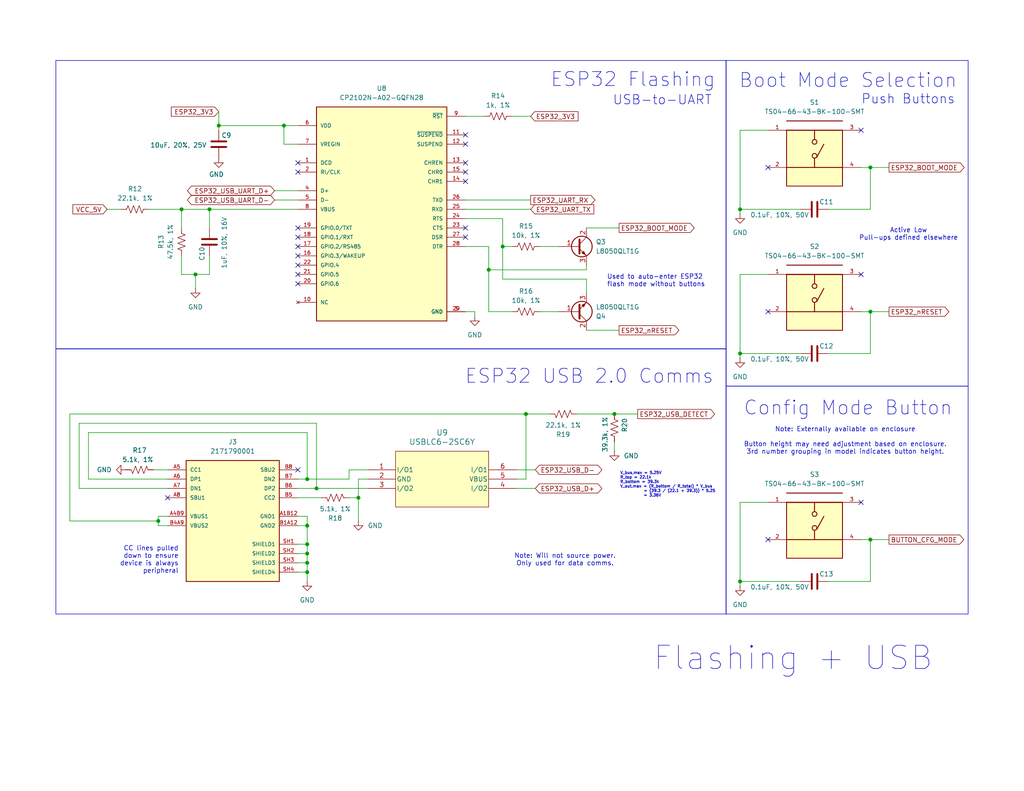
<source format=kicad_sch>
(kicad_sch (version 20231120) (generator "eeschema") (generator_version "8.0")
  (paper "USLetter")
  (title_block (title "CivicAlert") (rev "A") (company "Vanderbilt University"))
  (lib_symbols
    (symbol "2024-08-09_21-18-38:USBLC6-2SC6Y" (pin_names (offset 0.254))
      (property "Reference" "U" (at 20.32 10.16 0))
      (property "Value" "USBLC6-2SC6Y" (at 20.32 7.62 0))
      (symbol "USBLC6-2SC6Y_0_1"
        (rectangle (start 7.62 5.08) (end 33.02 -10.16) (fill (type background)))
        (pin bidirectional line (at 0 0 0) (length 7.62) (name "I/O1") (number "1"))
        (pin power_in line (at 0 -2.54 0) (length 7.62) (name "GND") (number "2"))
        (pin bidirectional line (at 0 -5.08 0) (length 7.62) (name "I/O2") (number "3"))
        (pin bidirectional line (at 40.64 -5.08 180) (length 7.62) (name "I/O2") (number "4"))
        (pin power_in line (at 40.64 -2.54 180) (length 7.62) (name "VBUS") (number "5"))
        (pin bidirectional line (at 40.64 0 180) (length 7.62) (name "I/O1") (number "6"))
      )
    )
    (symbol "2171790001:2171790001" (pin_names (offset 1.016))
      (property "Reference" "J" (at -12.7 16.002 0))
      (property "Value" "2171790001" (at -12.7 -18.542 0))
      (symbol "2171790001_0_0"
        (rectangle (start -12.7 -17.78) (end 12.7 15.24) (stroke (width 0.254)) (fill (type background)))
        (pin power_in line (at 17.78 0 180) (length 5.08) (name "GND1") (number "A1B12"))
        (pin bidirectional line (at -17.78 12.7 0) (length 5.08) (name "CC1") (number "A5"))
        (pin bidirectional line (at -17.78 10.16 0) (length 5.08) (name "DP1") (number "A6"))
        (pin bidirectional line (at -17.78 7.62 0) (length 5.08) (name "DN1") (number "A7"))
        (pin bidirectional line (at -17.78 5.08 0) (length 5.08) (name "SBU1") (number "A8"))
        (pin power_in line (at 17.78 -2.54 180) (length 5.08) (name "GND2") (number "B1A12"))
        (pin bidirectional line (at 17.78 5.08 180) (length 5.08) (name "CC2") (number "B5"))
        (pin bidirectional line (at 17.78 7.62 180) (length 5.08) (name "DP2") (number "B6"))
        (pin bidirectional line (at 17.78 10.16 180) (length 5.08) (name "DN2") (number "B7"))
        (pin bidirectional line (at 17.78 12.7 180) (length 5.08) (name "SBU2") (number "B8"))
        (pin passive line (at 17.78 -7.62 180) (length 5.08) (name "SHIELD1") (number "SH1"))
        (pin passive line (at 17.78 -10.16 180) (length 5.08) (name "SHIELD2") (number "SH2"))
        (pin passive line (at 17.78 -12.7 180) (length 5.08) (name "SHIELD3") (number "SH3"))
        (pin passive line (at 17.78 -15.24 180) (length 5.08) (name "SHIELD4") (number "SH4"))
      )
      (symbol "2171790001_1_0"
        (pin power_in line (at -17.78 0 0) (length 5.08) (name "VBUS1") (number "A4B9"))
        (pin power_out line (at -17.78 -2.54 0) (length 5.08) (name "VBUS2") (number "B4A9"))
      )
    )
    (symbol "CP2102N-A02-GQFN28:CP2102N-A02-GQFN28" (pin_names (offset 1.016))
      (property "Reference" "U" (at 53.34 33.02 0))
      (property "Value" "CP2102N-A02-GQFN28" (at -17.78 -33.02 0))
      (symbol "CP2102N-A02-GQFN28_0_0"
        (rectangle (start -17.78 -27.94) (end 17.78 30.48) (stroke (width 0.254)) (fill (type background)))
        (pin input line (at -22.86 15.24 0) (length 5.08) (name "DCD") (number "1"))
        (pin no_connect line (at -22.86 -22.86 0) (length 5.08) (name "NC") (number "10"))
        (pin output line (at 22.86 22.86 180) (length 5.08) (name "~{SUSPEND}") (number "11"))
        (pin output line (at 22.86 20.32 180) (length 5.08) (name "SUSPEND") (number "12"))
        (pin output line (at 22.86 15.24 180) (length 5.08) (name "CHREN") (number "13"))
        (pin output line (at 22.86 10.16 180) (length 5.08) (name "CHR1") (number "14"))
        (pin output line (at 22.86 12.7 180) (length 5.08) (name "CHR0") (number "15"))
        (pin bidirectional line (at -22.86 -10.16 0) (length 5.08) (name "GPIO.3/WAKEUP") (number "16"))
        (pin bidirectional line (at -22.86 -7.62 0) (length 5.08) (name "GPIO.2/RS485") (number "17"))
        (pin bidirectional line (at -22.86 -5.08 0) (length 5.08) (name "GPIO.1/RXT") (number "18"))
        (pin bidirectional line (at -22.86 -2.54 0) (length 5.08) (name "GPIO.0/TXT") (number "19"))
        (pin bidirectional line (at -22.86 12.7 0) (length 5.08) (name "RI/CLK") (number "2"))
        (pin bidirectional line (at -22.86 -17.78 0) (length 5.08) (name "GPIO.6") (number "20"))
        (pin bidirectional line (at -22.86 -15.24 0) (length 5.08) (name "GPIO.5") (number "21"))
        (pin bidirectional line (at -22.86 -12.7 0) (length 5.08) (name "GPIO.4") (number "22"))
        (pin input line (at 22.86 -2.54 180) (length 5.08) (name "CTS") (number "23"))
        (pin output line (at 22.86 0 180) (length 5.08) (name "RTS") (number "24"))
        (pin input line (at 22.86 2.54 180) (length 5.08) (name "RXD") (number "25"))
        (pin output line (at 22.86 5.08 180) (length 5.08) (name "TXD") (number "26"))
        (pin input line (at 22.86 -5.08 180) (length 5.08) (name "DSR") (number "27"))
        (pin output line (at 22.86 -7.62 180) (length 5.08) (name "DTR") (number "28"))
        (pin power_in line (at 22.86 -25.4 180) (length 5.08) (name "GND") (number "29"))
        (pin power_in line (at 22.86 -25.4 180) (length 5.08) (name "GND") (number "3"))
        (pin bidirectional line (at -22.86 7.62 0) (length 5.08) (name "D+") (number "4"))
        (pin bidirectional line (at -22.86 5.08 0) (length 5.08) (name "D-") (number "5"))
        (pin power_in line (at -22.86 25.4 0) (length 5.08) (name "VDD") (number "6"))
        (pin input line (at -22.86 20.32 0) (length 5.08) (name "VREGIN") (number "7"))
        (pin input line (at -22.86 2.54 0) (length 5.08) (name "VBUS") (number "8"))
        (pin input line (at 22.86 27.94 180) (length 5.08) (name "~{RST}") (number "9"))
      )
    )
    (symbol "Device:C" (pin_numbers hide) (pin_names (offset 0.254))
      (property "Reference" "C" (at 0.635 2.54 0))
      (property "Value" "C" (at 0.635 -2.54 0))
      (symbol "C_0_1"
        (polyline (pts (xy -2.032 -0.762) (xy 2.032 -0.762)) (stroke (width 0.508)))
        (polyline (pts (xy -2.032 0.762) (xy 2.032 0.762)) (stroke (width 0.508)))
      )
      (symbol "C_1_1"
        (pin passive line (at 0 3.81 270) (length 2.794) (name "~") (number "1"))
        (pin passive line (at 0 -3.81 90) (length 2.794) (name "~") (number "2"))
      )
    )
    (symbol "Device:Q_NPN_BCE" (pin_names (offset 0) hide)
      (property "Reference" "Q" (at 5.08 1.27 0))
      (property "Value" "Q_NPN_BCE" (at 5.08 -1.27 0))
      (symbol "Q_NPN_BCE_0_1"
        (polyline (pts (xy 0.635 0.635) (xy 2.54 2.54)))
        (polyline (pts (xy 0.635 -0.635) (xy 2.54 -2.54) (xy 2.54 -2.54)))
        (polyline (pts (xy 0.635 1.905) (xy 0.635 -1.905) (xy 0.635 -1.905)) (stroke (width 0.508)))
        (polyline (pts (xy 1.27 -1.778) (xy 1.778 -1.27) (xy 2.286 -2.286) (xy 1.27 -1.778) (xy 1.27 -1.778)) (fill (type outline)))
        (circle (center 1.27 0) (radius 2.8194) (stroke (width 0.254)))
      )
      (symbol "Q_NPN_BCE_1_1"
        (pin input line (at -5.08 0 0) (length 5.715) (name "B") (number "1"))
        (pin passive line (at 2.54 5.08 270) (length 2.54) (name "C") (number "2"))
        (pin passive line (at 2.54 -5.08 90) (length 2.54) (name "E") (number "3"))
      )
    )
    (symbol "Device:R_US" (pin_numbers hide) (pin_names (offset 0))
      (property "Reference" "R" (at 2.54 0 90))
      (property "Value" "R_US" (at -2.54 0 90))
      (symbol "R_US_0_1"
        (polyline (pts (xy 0 -2.286) (xy 0 -2.54)))
        (polyline (pts (xy 0 2.286) (xy 0 2.54)))
        (polyline (pts (xy 0 -0.762) (xy 1.016 -1.143) (xy 0 -1.524) (xy -1.016 -1.905) (xy 0 -2.286)))
        (polyline (pts (xy 0 0.762) (xy 1.016 0.381) (xy 0 0) (xy -1.016 -0.381) (xy 0 -0.762)))
        (polyline (pts (xy 0 2.286) (xy 1.016 1.905) (xy 0 1.524) (xy -1.016 1.143) (xy 0 0.762)))
      )
      (symbol "R_US_1_1"
        (pin passive line (at 0 3.81 270) (length 1.27) (name "~") (number "1"))
        (pin passive line (at 0 -3.81 90) (length 1.27) (name "~") (number "2"))
      )
    )
    (symbol "TS04-66-43-BK-100-SMT:TS04-66-43-BK-100-SMT" (pin_names (offset 1.016) hide)
      (property "Reference" "S" (at -7.62 8.382 0))
      (property "Value" "TS04-66-43-BK-100-SMT" (at -7.62 -8.382 0))
      (symbol "TS04-66-43-BK-100-SMT_0_0"
        (rectangle (start -7.62 -10.16) (end 7.62 5.08) (stroke (width 0.254)) (fill (type background)))
        (circle (center 0 -1.905) (radius 0.635) (stroke (width 0.254)))
        (polyline (pts (xy 0 -2.54) (xy 0 -5.08)) (stroke (width 0.254)))
        (polyline (pts (xy 0 5.08) (xy 0 2.54)) (stroke (width 0.254)))
        (polyline (pts (xy 0.635 -2.2352) (xy 2.54 1.27)) (stroke (width 0.254)))
        (polyline (pts (xy 7.62 -5.08) (xy -7.62 -5.08)) (stroke (width 0.254)))
        (polyline (pts (xy 7.62 5.08) (xy -7.62 5.08)) (stroke (width 0.254)))
        (polyline (pts (xy 7.62 7.62) (xy -7.62 7.62)) (stroke (width 0.254)))
        (circle (center 0 1.905) (radius 0.635) (stroke (width 0.254)))
        (pin passive line (at -12.7 5.08 0) (length 5.08) (name "~") (number "1"))
        (pin passive line (at -12.7 -5.08 0) (length 5.08) (name "~") (number "2"))
        (pin passive line (at 12.7 5.08 180) (length 5.08) (name "~") (number "3"))
        (pin passive line (at 12.7 -5.08 180) (length 5.08) (name "~") (number "4"))
      )
    )
    (symbol "power:GND" (power) (pin_numbers hide) (pin_names (offset 0) hide)
      (property "Value" "GND" (at 0 -3.81 0))
      (symbol "GND_0_1"
        (polyline (pts (xy 0 0) (xy 0 -1.27) (xy 1.27 -1.27) (xy 0 -2.54) (xy -1.27 -1.27) (xy 0 -1.27)))
      )
      (symbol "GND_1_1"
        (pin power_in line (at 0 0 270) (length 0) (name "~") (number "1"))
      )
    )
  )
  (junction (at 83.82 148.59))
  (junction (at 83.82 130.81))
  (junction (at 201.93 158.75))
  (junction (at 201.93 96.52))
  (junction (at 86.36 133.35))
  (junction (at 83.82 143.51))
  (junction (at 97.79 135.89))
  (junction (at 137.16 67.31))
  (junction (at 133.35 73.66))
  (junction (at 83.82 153.67))
  (junction (at 237.49 85.09))
  (junction (at 167.64 113.03))
  (junction (at 143.51 113.03))
  (junction (at 77.47 34.29))
  (junction (at 83.82 151.13))
  (junction (at 83.82 156.21))
  (junction (at 53.34 74.93))
  (junction (at 49.53 57.15))
  (junction (at 237.49 147.32))
  (junction (at 43.18 142.24))
  (junction (at 237.49 45.72))
  (junction (at 201.93 57.15))
  (junction (at 57.15 57.15))
  (junction (at 59.69 34.29))
  (no_connect (at 81.28 72.39))
  (no_connect (at 234.95 35.56))
  (no_connect (at 81.28 69.85))
  (no_connect (at 127 36.83))
  (no_connect (at 81.28 77.47))
  (no_connect (at 127 46.99))
  (no_connect (at 81.28 128.27))
  (no_connect (at 81.28 46.99))
  (no_connect (at 81.28 67.31))
  (no_connect (at 127 39.37))
  (no_connect (at 234.95 74.93))
  (no_connect (at 127 44.45))
  (no_connect (at 209.55 85.09))
  (no_connect (at 81.28 74.93))
  (no_connect (at 81.28 64.77))
  (no_connect (at 45.72 135.89))
  (no_connect (at 127 64.77))
  (no_connect (at 209.55 45.72))
  (no_connect (at 81.28 44.45))
  (no_connect (at 209.55 147.32))
  (no_connect (at 127 62.23))
  (no_connect (at 234.95 137.16))
  (no_connect (at 127 49.53))
  (no_connect (at 81.28 62.23))
  (wire (pts (xy 74.93 52.07) (xy 81.28 52.07)))
  (wire (pts (xy 81.28 151.13) (xy 83.82 151.13)))
  (wire (pts (xy 237.49 158.75) (xy 237.49 147.32)))
  (wire (pts (xy 133.35 85.09) (xy 139.7 85.09)))
  (wire (pts (xy 86.36 115.57) (xy 86.36 133.35)))
  (wire (pts (xy 29.21 57.15) (xy 33.02 57.15)))
  (wire (pts (xy 81.28 130.81) (xy 83.82 130.81)))
  (wire (pts (xy 226.06 57.15) (xy 237.49 57.15)))
  (wire (pts (xy 45.72 133.35) (xy 21.59 133.35)))
  (wire (pts (xy 147.32 85.09) (xy 152.4 85.09)))
  (wire (pts (xy 81.28 34.29) (xy 77.47 34.29)))
  (wire (pts (xy 97.79 135.89) (xy 97.79 142.24)))
  (wire (pts (xy 40.64 57.15) (xy 49.53 57.15)))
  (wire (pts (xy 201.93 57.15) (xy 201.93 35.56)))
  (wire (pts (xy 160.02 72.39) (xy 160.02 73.66)))
  (wire (pts (xy 237.49 96.52) (xy 237.49 85.09)))
  (wire (pts (xy 137.16 67.31) (xy 139.7 67.31)))
  (wire (pts (xy 43.18 142.24) (xy 43.18 143.51)))
  (wire (pts (xy 147.32 67.31) (xy 152.4 67.31)))
  (wire (pts (xy 143.51 113.03) (xy 149.86 113.03)))
  (wire (pts (xy 167.64 113.03) (xy 173.99 113.03)))
  (wire (pts (xy 226.06 96.52) (xy 237.49 96.52)))
  (wire (pts (xy 77.47 34.29) (xy 77.47 39.37)))
  (wire (pts (xy 201.93 57.15) (xy 218.44 57.15)))
  (wire (pts (xy 49.53 57.15) (xy 49.53 62.23)))
  (wire (pts (xy 127 54.61) (xy 144.78 54.61)))
  (wire (pts (xy 45.72 130.81) (xy 24.13 130.81)))
  (wire (pts (xy 127 57.15) (xy 144.78 57.15)))
  (wire (pts (xy 127 31.75) (xy 132.08 31.75)))
  (wire (pts (xy 19.05 142.24) (xy 19.05 113.03)))
  (wire (pts (xy 83.82 153.67) (xy 83.82 156.21)))
  (wire (pts (xy 59.69 35.56) (xy 59.69 34.29)))
  (wire (pts (xy 160.02 73.66) (xy 133.35 73.66)))
  (wire (pts (xy 237.49 57.15) (xy 237.49 45.72)))
  (wire (pts (xy 237.49 85.09) (xy 242.57 85.09)))
  (wire (pts (xy 24.13 130.81) (xy 24.13 118.11)))
  (wire (pts (xy 133.35 73.66) (xy 133.35 85.09)))
  (wire (pts (xy 201.93 158.75) (xy 218.44 158.75)))
  (wire (pts (xy 81.28 135.89) (xy 87.63 135.89)))
  (wire (pts (xy 86.36 133.35) (xy 100.33 133.35)))
  (wire (pts (xy 19.05 142.24) (xy 43.18 142.24)))
  (wire (pts (xy 201.93 58.42) (xy 201.93 57.15)))
  (wire (pts (xy 129.54 85.09) (xy 129.54 86.36)))
  (wire (pts (xy 57.15 74.93) (xy 57.15 69.85)))
  (wire (pts (xy 140.97 128.27) (xy 146.05 128.27)))
  (wire (pts (xy 57.15 57.15) (xy 57.15 62.23)))
  (wire (pts (xy 59.69 34.29) (xy 77.47 34.29)))
  (wire (pts (xy 201.93 74.93) (xy 209.55 74.93)))
  (wire (pts (xy 83.82 143.51) (xy 81.28 143.51)))
  (wire (pts (xy 53.34 74.93) (xy 57.15 74.93)))
  (wire (pts (xy 127 85.09) (xy 129.54 85.09)))
  (wire (pts (xy 57.15 57.15) (xy 81.28 57.15)))
  (wire (pts (xy 83.82 148.59) (xy 83.82 151.13)))
  (wire (pts (xy 83.82 151.13) (xy 83.82 153.67)))
  (wire (pts (xy 237.49 85.09) (xy 234.95 85.09)))
  (wire (pts (xy 95.25 130.81) (xy 95.25 128.27)))
  (wire (pts (xy 160.02 80.01) (xy 160.02 76.2)))
  (wire (pts (xy 97.79 135.89) (xy 97.79 130.81)))
  (wire (pts (xy 41.91 128.27) (xy 45.72 128.27)))
  (wire (pts (xy 97.79 130.81) (xy 100.33 130.81)))
  (wire (pts (xy 160.02 90.17) (xy 168.91 90.17)))
  (wire (pts (xy 83.82 118.11) (xy 83.82 130.81)))
  (wire (pts (xy 49.53 74.93) (xy 53.34 74.93)))
  (wire (pts (xy 237.49 45.72) (xy 242.57 45.72)))
  (wire (pts (xy 83.82 130.81) (xy 95.25 130.81)))
  (wire (pts (xy 81.28 148.59) (xy 83.82 148.59)))
  (wire (pts (xy 140.97 133.35) (xy 146.05 133.35)))
  (wire (pts (xy 160.02 76.2) (xy 137.16 76.2)))
  (wire (pts (xy 133.35 67.31) (xy 133.35 73.66)))
  (wire (pts (xy 137.16 76.2) (xy 137.16 67.31)))
  (wire (pts (xy 201.93 137.16) (xy 209.55 137.16)))
  (wire (pts (xy 237.49 147.32) (xy 234.95 147.32)))
  (wire (pts (xy 95.25 135.89) (xy 97.79 135.89)))
  (wire (pts (xy 43.18 140.97) (xy 43.18 142.24)))
  (wire (pts (xy 83.82 156.21) (xy 83.82 158.75)))
  (wire (pts (xy 81.28 156.21) (xy 83.82 156.21)))
  (wire (pts (xy 201.93 35.56) (xy 209.55 35.56)))
  (wire (pts (xy 83.82 140.97) (xy 83.82 143.51)))
  (wire (pts (xy 160.02 62.23) (xy 168.91 62.23)))
  (wire (pts (xy 74.93 54.61) (xy 81.28 54.61)))
  (wire (pts (xy 83.82 143.51) (xy 83.82 148.59)))
  (wire (pts (xy 201.93 158.75) (xy 201.93 137.16)))
  (wire (pts (xy 143.51 130.81) (xy 140.97 130.81)))
  (wire (pts (xy 167.64 120.65) (xy 167.64 123.19)))
  (wire (pts (xy 81.28 133.35) (xy 86.36 133.35)))
  (wire (pts (xy 77.47 39.37) (xy 81.28 39.37)))
  (wire (pts (xy 143.51 113.03) (xy 143.51 130.81)))
  (wire (pts (xy 201.93 160.02) (xy 201.93 158.75)))
  (wire (pts (xy 226.06 158.75) (xy 237.49 158.75)))
  (wire (pts (xy 81.28 140.97) (xy 83.82 140.97)))
  (wire (pts (xy 201.93 97.79) (xy 201.93 96.52)))
  (wire (pts (xy 21.59 133.35) (xy 21.59 115.57)))
  (wire (pts (xy 127 59.69) (xy 137.16 59.69)))
  (wire (pts (xy 53.34 74.93) (xy 53.34 78.74)))
  (wire (pts (xy 201.93 96.52) (xy 201.93 74.93)))
  (wire (pts (xy 59.69 30.48) (xy 59.69 34.29)))
  (wire (pts (xy 19.05 113.03) (xy 143.51 113.03)))
  (wire (pts (xy 137.16 59.69) (xy 137.16 67.31)))
  (wire (pts (xy 95.25 128.27) (xy 100.33 128.27)))
  (wire (pts (xy 81.28 153.67) (xy 83.82 153.67)))
  (wire (pts (xy 49.53 69.85) (xy 49.53 74.93)))
  (wire (pts (xy 139.7 31.75) (xy 144.78 31.75)))
  (wire (pts (xy 237.49 45.72) (xy 234.95 45.72)))
  (wire (pts (xy 127 67.31) (xy 133.35 67.31)))
  (wire (pts (xy 45.72 140.97) (xy 43.18 140.97)))
  (wire (pts (xy 43.18 143.51) (xy 45.72 143.51)))
  (wire (pts (xy 157.48 113.03) (xy 167.64 113.03)))
  (wire (pts (xy 24.13 118.11) (xy 83.82 118.11)))
  (wire (pts (xy 201.93 96.52) (xy 218.44 96.52)))
  (wire (pts (xy 21.59 115.57) (xy 86.36 115.57)))
  (wire (pts (xy 49.53 57.15) (xy 57.15 57.15)))
  (wire (pts (xy 237.49 147.32) (xy 242.57 147.32)))
  (rectangle (start 198.12 16.51) (end 264.16 105.41))
  (rectangle (start 15.24 16.51) (end 198.12 95.25))
  (rectangle (start 15.24 95.25) (end 198.12 167.64))
  (rectangle (start 198.12 105.41) (end 264.16 167.64))
  (text "Active Low\nPull-ups defined elsewhere" (at 247.904 64.008 0) (effects (font (size 1.27 1.27))))
  (text "CC lines pulled\ndown to ensure\ndevice is always\nperipheral" (at 48.768 152.908 0) (effects (font (size 1.27 1.27)) (justify right)))
  (text "Note: Will not source power.\nOnly used for data comms." (at 154.178 152.908 0) (effects (font (size 1.27 1.27))))
  (text "V_bus,max = 5.25V\nR_top = 22.1k\nR_bottom = 39.3k\nV_out,max = (R_bottom / R_total) * V_bus\n           = (39.3 / (22.1 + 39.3)) * 5.25\n           = 3.36V" (at 169.164 132.334 0) (effects (font (size 0.762 0.762)) (justify left)))
  (text "Note: Externally available on enclosure\n\nButton height may need adjustment based on enclosure.\n3rd number grouping in model indicates button height." (at 230.632 120.396 0) (effects (font (size 1.27 1.27))))
  (text "Push Buttons" (at 234.95 27.178 0) (effects (font (size 2.54 2.54)) (justify left)))
  (text "Flashing + USB" (at 216.408 179.832 0) (effects (font (size 6.35 6.35))))
  (text "Used to auto-enter ESP32\nflash mode without buttons" (at 165.608 76.708 0) (effects (font (size 1.27 1.27)) (justify left)))
  (text "USB-to-UART" (at 167.132 27.432 0) (effects (font (size 2.54 2.54)) (justify left)))
  (text "Boot Mode Selection" (at 231.394 22.098 0) (effects (font (size 3.81 3.81))))
  (text "Config Mode Button" (at 231.394 111.506 0) (effects (font (size 3.81 3.81))))
  (text "ESP32 Flashing" (at 172.72 21.844 0) (effects (font (size 3.81 3.81))))
  (text "ESP32 USB 2.0 Comms" (at 160.782 102.87 0) (effects (font (size 3.81 3.81))))
  (global_label "ESP32_USB_UART_D-" (shape bidirectional) (at 74.93 54.61 180) (property "Intersheetrefs" "${INTERSHEET_REFS}" (effects (hide yes))))
  (global_label "ESP32_USB_D-" (shape bidirectional) (at 146.05 128.27 0) (property "Intersheetrefs" "${INTERSHEET_REFS}" (effects (hide yes))))
  (global_label "BUTTON_CFG_MODE" (shape output) (at 242.57 147.32 0) (property "Intersheetrefs" "${INTERSHEET_REFS}" (effects (hide yes))))
  (global_label "ESP32_UART_TX" (shape input) (at 144.78 57.15 0) (property "Intersheetrefs" "${INTERSHEET_REFS}" (effects (hide yes))))
  (global_label "ESP32_nRESET" (shape output) (at 242.57 85.09 0) (property "Intersheetrefs" "${INTERSHEET_REFS}" (effects (hide yes))))
  (global_label "ESP32_USB_UART_D+" (shape bidirectional) (at 74.93 52.07 180) (property "Intersheetrefs" "${INTERSHEET_REFS}" (effects (hide yes))))
  (global_label "ESP32_3V3" (shape input) (at 144.78 31.75 0) (property "Intersheetrefs" "${INTERSHEET_REFS}" (effects (hide yes))))
  (global_label "ESP32_nRESET" (shape output) (at 168.91 90.17 0) (property "Intersheetrefs" "${INTERSHEET_REFS}" (effects (hide yes))))
  (global_label "VCC_5V" (shape input) (at 29.21 57.15 180) (property "Intersheetrefs" "${INTERSHEET_REFS}" (effects (hide yes))))
  (global_label "ESP32_USB_D+" (shape bidirectional) (at 146.05 133.35 0) (property "Intersheetrefs" "${INTERSHEET_REFS}" (effects (hide yes))))
  (global_label "ESP32_BOOT_MODE" (shape output) (at 242.57 45.72 0) (property "Intersheetrefs" "${INTERSHEET_REFS}" (effects (hide yes))))
  (global_label "ESP32_USB_DETECT" (shape output) (at 173.99 113.03 0) (property "Intersheetrefs" "${INTERSHEET_REFS}" (effects (hide yes))))
  (global_label "ESP32_UART_RX" (shape output) (at 144.78 54.61 0) (property "Intersheetrefs" "${INTERSHEET_REFS}" (effects (hide yes))))
  (global_label "ESP32_BOOT_MODE" (shape output) (at 168.91 62.23 0) (property "Intersheetrefs" "${INTERSHEET_REFS}" (effects (hide yes))))
  (global_label "ESP32_3V3" (shape input) (at 59.69 30.48 180) (property "Intersheetrefs" "${INTERSHEET_REFS}" (effects (hide yes))))
  (symbol (lib_id "CP2102N-A02-GQFN28:CP2102N-A02-GQFN28") (at 104.14 59.69 0) (unit 1)
    (property "Reference" "U8" (at 104.14 24.13 0))
    (property "Value" "CP2102N-A02-GQFN28" (at 104.14 26.67 0))
    (property "Footprint" "CP2102N-A02-GQFN28:QFN50P500X500X80-29N" (effects (hide yes)))
    (property "DigiKey_Part_Number" "336-5889-ND" (effects (hide yes)))
    (property "SnapEDA_Link" "https://www.snapeda.com/parts/CP2102N-A02-GQFN28/Silicon+Labs/view-part/?ref=snap" (effects (hide yes)))
    (property "MAXIMUM_PACKAGE_HEIGHT" "0.8 mm" (effects (hide yes)))
    (property "Package" "WFQFN-28 Silicon Labs" (effects (hide yes)))
    (property "Check_prices" "https://www.snapeda.com/parts/CP2102N-A02-GQFN28/Silicon+Labs/view-part/?ref=eda" (effects (hide yes)))
    (property "STANDARD" "IPC 7351B" (effects (hide yes)))
    (property "PARTREV" "1.5" (effects (hide yes)))
    (property "MF" "Silicon Labs" (effects (hide yes)))
    (property "MP" "CP2102N-A02-GQFN28" (effects (hide yes)))
    (property "Description_1" "\n                        \n                            USB Bridge, USB to UART USB 2.0 UART Interface 28-QFN (5x5)\n                        \n" (effects (hide yes)))
    (property "MANUFACTURER" "Silicon Labs" (effects (hide yes)))
  )
  (symbol (lib_id "Device:C") (at 222.25 158.75 270) (unit 1)
    (property "Reference" "C13" (at 223.52 156.718 90) (effects (justify left)))
    (property "Value" "0.1uF, 10%, 50V" (at 204.724 160.274 90) (effects (justify left)))
    (property "Description" "Unpolarized capacitor" (effects (hide yes)))
  )
  (symbol (lib_id "power:GND") (at 201.93 160.02 0) (unit 1)
    (property "Reference" "#PWR023" (effects (hide yes)))
    (property "Value" "GND" (at 201.93 165.1 0))
    (property "Description" "Power symbol creates a global label with name \"GND\" , ground" (effects (hide yes)))
  )
  (symbol (lib_id "Device:C") (at 222.25 96.52 270) (unit 1)
    (property "Reference" "C12" (at 223.52 94.488 90) (effects (justify left)))
    (property "Value" "0.1uF, 10%, 50V" (at 204.724 98.044 90) (effects (justify left)))
    (property "Description" "Unpolarized capacitor" (effects (hide yes)))
  )
  (symbol (lib_id "Device:C") (at 59.69 39.37 0) (mirror y) (unit 1)
    (property "Reference" "C9" (at 63.119 36.957 0) (effects (justify left)))
    (property "Value" "10uF, 20%, 25V" (at 56.388 39.624 0) (effects (justify left)))
    (property "Description" "Unpolarized capacitor" (effects (hide yes)))
  )
  (symbol (lib_id "power:GND") (at 201.93 97.79 0) (unit 1)
    (property "Reference" "#PWR022" (effects (hide yes)))
    (property "Value" "GND" (at 201.93 102.87 0))
    (property "Description" "Power symbol creates a global label with name \"GND\" , ground" (effects (hide yes)))
  )
  (symbol (lib_id "Device:Q_NPN_BCE") (at 157.48 85.09 0) (mirror x) (unit 1)
    (property "Reference" "Q4" (at 162.56 86.3601 0) (effects (justify left)))
    (property "Value" "L8050QLT1G" (at 162.56 83.8201 0) (effects (justify left)))
    (property "Footprint" "L8050QLT1G:L8050QLT1G" (effects (hide yes)))
    (property "Description" "NPN transistor, base/collector/emitter" (effects (hide yes)))
  )
  (symbol (lib_id "TS04-66-43-BK-100-SMT:TS04-66-43-BK-100-SMT") (at 222.25 80.01 0) (unit 1)
    (property "Reference" "S2" (at 222.25 67.31 0))
    (property "Value" "TS04-66-43-BK-100-SMT" (at 222.25 69.85 0))
    (property "Footprint" "TS04-66-43-BK-100-SMT:SW_TS04-66-43-BK-100-SMT" (effects (hide yes)))
    (property "PARTREV" "1.0" (effects (hide yes)))
    (property "MANUFACTURER" "CUI Devices" (effects (hide yes)))
    (property "STANDARD" "Manufacturer Recommendations" (effects (hide yes)))
  )
  (symbol (lib_id "Device:R_US") (at 167.64 116.84 0) (unit 1)
    (property "Reference" "R20" (at 170.434 116.078 90))
    (property "Value" "39.3k, 1%" (at 165.1 118.618 90))
    (property "Description" "Resistor, US symbol" (effects (hide yes)))
  )
  (symbol (lib_id "power:GND") (at 83.82 158.75 0) (unit 1)
    (property "Reference" "#PWR017" (effects (hide yes)))
    (property "Value" "GND" (at 83.82 163.83 0))
    (property "Description" "Power symbol creates a global label with name \"GND\" , ground" (effects (hide yes)))
  )
  (symbol (lib_id "Device:R_US") (at 143.51 67.31 270) (unit 1)
    (property "Reference" "R15" (at 143.51 61.722 90))
    (property "Value" "10k, 1%" (at 143.51 64.262 90))
    (property "Description" "Resistor, US symbol" (effects (hide yes)))
  )
  (symbol (lib_id "2171790001:2171790001") (at 63.5 140.97 0) (unit 1)
    (property "Reference" "J3" (at 63.5 120.65 0))
    (property "Value" "2171790001" (at 63.5 123.19 0))
    (property "Footprint" "2171790001:MOLEX_2171790001" (effects (hide yes)))
    (property "DigiKey_Part_Number" "900-2171790001TR-ND" (effects (hide yes)))
    (property "SnapEDA_Link" "https://www.snapeda.com/parts/217179-0001/Molex/view-part/?ref=snap" (effects (hide yes)))
    (property "MAXIMUM_PACKAGE_HEIGHT" "3.16 mm" (effects (hide yes)))
    (property "Package" "None" (effects (hide yes)))
    (property "Check_prices" "https://www.snapeda.com/parts/217179-0001/Molex/view-part/?ref=eda" (effects (hide yes)))
    (property "STANDARD" "Manufacturer Recommendations" (effects (hide yes)))
    (property "PARTREV" "A1" (effects (hide yes)))
    (property "MF" "Molex" (effects (hide yes)))
    (property "MP" "217179-0001" (effects (hide yes)))
    (property "Description_1" "\n                        \n                            USB Type C - Connector, Top-mount SMT, 16pos | Molex Incorporated 217179-0001\n                        \n" (effects (hide yes)))
    (property "MANUFACTURER" "Molex" (effects (hide yes)))
  )
  (symbol (lib_id "Device:C") (at 222.25 57.15 270) (unit 1)
    (property "Reference" "C11" (at 223.52 55.118 90) (effects (justify left)))
    (property "Value" "0.1uF, 10%, 50V" (at 204.724 58.674 90) (effects (justify left)))
    (property "Description" "Unpolarized capacitor" (effects (hide yes)))
  )
  (symbol (lib_id "power:GND") (at 53.34 78.74 0) (unit 1)
    (property "Reference" "#PWR016" (effects (hide yes)))
    (property "Value" "GND" (at 53.34 83.82 0))
    (property "Description" "Power symbol creates a global label with name \"GND\" , ground" (effects (hide yes)))
  )
  (symbol (lib_id "power:GND") (at 167.64 123.19 0) (mirror y) (unit 1)
    (property "Reference" "#PWR019" (effects (hide yes)))
    (property "Value" "GND" (at 170.18 124.4599 0) (effects (justify right)))
    (property "Description" "Power symbol creates a global label with name \"GND\" , ground" (effects (hide yes)))
  )
  (symbol (lib_id "Device:R_US") (at 91.44 135.89 270) (mirror x) (unit 1)
    (property "Reference" "R18" (at 91.44 141.478 90))
    (property "Value" "5.1k, 1%" (at 91.44 138.938 90))
    (property "Description" "Resistor, US symbol" (effects (hide yes)))
  )
  (symbol (lib_id "Device:R_US") (at 153.67 113.03 270) (mirror x) (unit 1)
    (property "Reference" "R19" (at 153.67 118.618 90))
    (property "Value" "22.1k, 1%" (at 153.67 116.078 90))
    (property "Description" "Resistor, US symbol" (effects (hide yes)))
  )
  (symbol (lib_id "Device:Q_NPN_BCE") (at 157.48 67.31 0) (unit 1)
    (property "Reference" "Q3" (at 162.56 66.0399 0) (effects (justify left)))
    (property "Value" "L8050QLT1G" (at 162.56 68.5799 0) (effects (justify left)))
    (property "Footprint" "L8050QLT1G:L8050QLT1G" (effects (hide yes)))
    (property "Description" "NPN transistor, base/collector/emitter" (effects (hide yes)))
  )
  (symbol (lib_id "2024-08-09_21-18-38:USBLC6-2SC6Y") (at 100.33 128.27 0) (unit 1)
    (property "Reference" "U9" (at 120.65 118.11 0) (effects (font (size 1.524 1.524))))
    (property "Value" "USBLC6-2SC6Y" (at 120.65 120.65 0) (effects (font (size 1.524 1.524))))
    (property "Footprint" "USBLC6-2SC6Y:SOT23-6L_STM" (effects (hide yes)))
    (property "Datasheet" "USBLC6-2SC6Y" (effects (hide yes)))
  )
  (symbol (lib_id "power:GND") (at 59.69 43.18 0) (unit 1)
    (property "Reference" "#PWR014" (effects (hide yes)))
    (property "Value" "GND" (at 61.087 47.625 0) (effects (justify right)))
    (property "Description" "Power symbol creates a global label with name \"GND\" , ground" (effects (hide yes)))
  )
  (symbol (lib_id "Device:R_US") (at 36.83 57.15 270) (unit 1)
    (property "Reference" "R12" (at 36.83 51.562 90))
    (property "Value" "22.1k, 1%" (at 36.83 54.102 90))
    (property "Description" "Resistor, US symbol" (effects (hide yes)))
  )
  (symbol (lib_id "Device:R_US") (at 49.53 66.04 0) (unit 1)
    (property "Reference" "R13" (at 43.942 66.04 90))
    (property "Value" "47.5k, 1%" (at 46.482 66.04 90))
    (property "Description" "Resistor, US symbol" (effects (hide yes)))
  )
  (symbol (lib_id "Device:R_US") (at 38.1 128.27 90) (mirror x) (unit 1)
    (property "Reference" "R17" (at 38.1 122.936 90))
    (property "Value" "5.1k, 1%" (at 37.592 125.476 90))
    (property "Description" "Resistor, US symbol" (effects (hide yes)))
  )
  (symbol (lib_id "power:GND") (at 129.54 86.36 0) (unit 1)
    (property "Reference" "#PWR015" (effects (hide yes)))
    (property "Value" "GND" (at 129.54 91.44 0))
    (property "Description" "Power symbol creates a global label with name \"GND\" , ground" (effects (hide yes)))
  )
  (symbol (lib_id "TS04-66-43-BK-100-SMT:TS04-66-43-BK-100-SMT") (at 222.25 40.64 0) (unit 1)
    (property "Reference" "S1" (at 222.25 27.94 0))
    (property "Value" "TS04-66-43-BK-100-SMT" (at 222.25 30.48 0))
    (property "Footprint" "TS04-66-43-BK-100-SMT:SW_TS04-66-43-BK-100-SMT" (effects (hide yes)))
    (property "PARTREV" "1.0" (effects (hide yes)))
    (property "MANUFACTURER" "CUI Devices" (effects (hide yes)))
    (property "STANDARD" "Manufacturer Recommendations" (effects (hide yes)))
  )
  (symbol (lib_id "power:GND") (at 201.93 58.42 0) (unit 1)
    (property "Reference" "#PWR021" (effects (hide yes)))
    (property "Value" "GND" (at 201.93 63.5 0))
    (property "Description" "Power symbol creates a global label with name \"GND\" , ground" (effects (hide yes)))
  )
  (symbol (lib_id "Device:R_US") (at 135.89 31.75 270) (unit 1)
    (property "Reference" "R14" (at 135.89 26.162 90))
    (property "Value" "1k, 1%" (at 135.89 28.702 90))
    (property "Description" "Resistor, US symbol" (effects (hide yes)))
  )
  (symbol (lib_id "Device:C") (at 57.15 66.04 0) (mirror x) (unit 1)
    (property "Reference" "C10" (at 55.118 67.31 90) (effects (justify left)))
    (property "Value" "1uF, 10%, 16V" (at 61.214 59.182 90) (effects (justify left)))
    (property "Description" "Unpolarized capacitor" (effects (hide yes)))
  )
  (symbol (lib_id "TS04-66-43-BK-100-SMT:TS04-66-43-BK-100-SMT") (at 222.25 142.24 0) (unit 1)
    (property "Reference" "S3" (at 222.25 129.54 0))
    (property "Value" "TS04-66-43-BK-100-SMT" (at 222.25 132.08 0))
    (property "Footprint" "TS04-66-43-BK-100-SMT:SW_TS04-66-43-BK-100-SMT" (effects (hide yes)))
    (property "PARTREV" "1.0" (effects (hide yes)))
    (property "MANUFACTURER" "CUI Devices" (effects (hide yes)))
    (property "STANDARD" "Manufacturer Recommendations" (effects (hide yes)))
  )
  (symbol (lib_id "power:GND") (at 34.29 128.27 270) (mirror x) (unit 1)
    (property "Reference" "#PWR018" (effects (hide yes)))
    (property "Value" "GND" (at 30.48 128.2699 90) (effects (justify right)))
    (property "Description" "Power symbol creates a global label with name \"GND\" , ground" (effects (hide yes)))
  )
  (symbol (lib_id "power:GND") (at 97.79 142.24 0) (mirror y) (unit 1)
    (property "Reference" "#PWR020" (effects (hide yes)))
    (property "Value" "GND" (at 100.33 143.5099 0) (effects (justify right)))
    (property "Description" "Power symbol creates a global label with name \"GND\" , ground" (effects (hide yes)))
  )
  (symbol (lib_id "Device:R_US") (at 143.51 85.09 270) (unit 1)
    (property "Reference" "R16" (at 143.51 79.502 90))
    (property "Value" "10k, 1%" (at 143.51 82.042 90))
    (property "Description" "Resistor, US symbol" (effects (hide yes)))
  )
)
</source>
